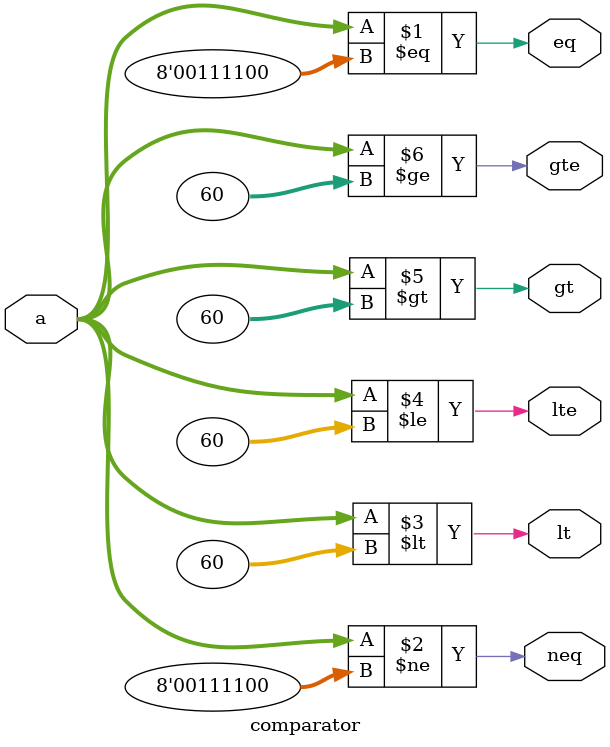
<source format=sv>
module comparator #(parameter N=8, parameter B=60)
						(input logic [N-1:0] a,
						output logic eq, neq, lt, lte, gt, gte
);

	assign eq = (a == B);
	assign neq = (a != B);
	assign lt = (a < B);
	assign lte = (a <= B);
	assign gt = (a > B);
	assign gte = (a >= B);
endmodule
</source>
